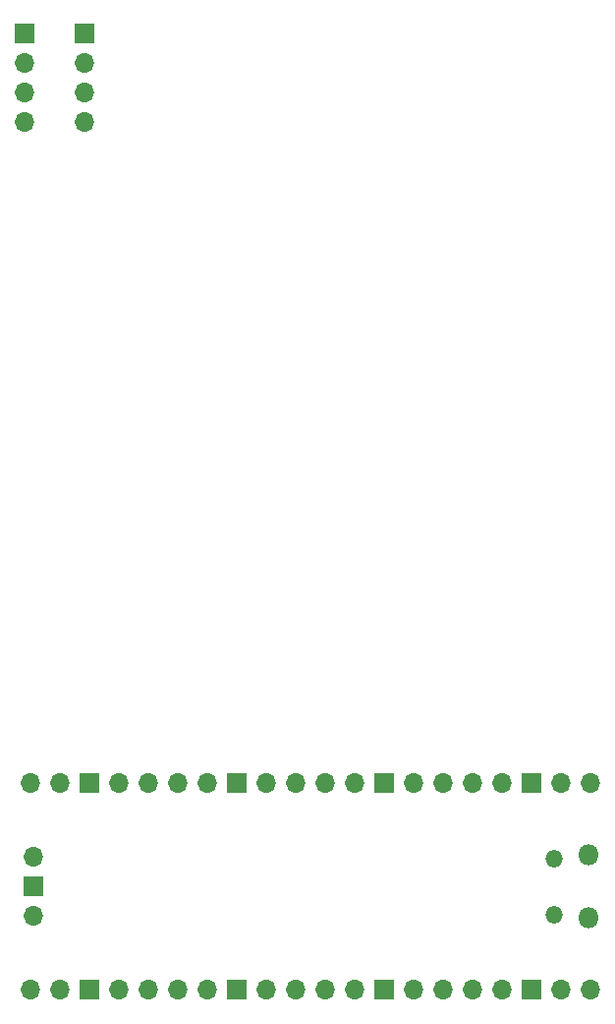
<source format=gbs>
%TF.GenerationSoftware,KiCad,Pcbnew,(6.0.2-0)*%
%TF.CreationDate,2022-05-28T22:41:11-04:00*%
%TF.ProjectId,memory-phone-pcb,6d656d6f-7279-42d7-9068-6f6e652d7063,rev?*%
%TF.SameCoordinates,Original*%
%TF.FileFunction,Soldermask,Bot*%
%TF.FilePolarity,Negative*%
%FSLAX46Y46*%
G04 Gerber Fmt 4.6, Leading zero omitted, Abs format (unit mm)*
G04 Created by KiCad (PCBNEW (6.0.2-0)) date 2022-05-28 22:41:11*
%MOMM*%
%LPD*%
G01*
G04 APERTURE LIST*
%ADD10O,1.500000X1.500000*%
%ADD11O,1.800000X1.800000*%
%ADD12O,1.700000X1.700000*%
%ADD13R,1.700000X1.700000*%
G04 APERTURE END LIST*
D10*
%TO.C,U4*%
X116728000Y-139839000D03*
D11*
X119758000Y-134689000D03*
X119758000Y-140139000D03*
D10*
X116728000Y-134989000D03*
D12*
X119888000Y-128524000D03*
X117348000Y-128524000D03*
D13*
X114808000Y-128524000D03*
D12*
X112268000Y-128524000D03*
X109728000Y-128524000D03*
X107188000Y-128524000D03*
X104648000Y-128524000D03*
D13*
X102108000Y-128524000D03*
D12*
X99568000Y-128524000D03*
X97028000Y-128524000D03*
X94488000Y-128524000D03*
X91948000Y-128524000D03*
D13*
X89408000Y-128524000D03*
D12*
X86868000Y-128524000D03*
X84328000Y-128524000D03*
X81788000Y-128524000D03*
X79248000Y-128524000D03*
D13*
X76708000Y-128524000D03*
D12*
X74168000Y-128524000D03*
X71628000Y-128524000D03*
X71628000Y-146304000D03*
X74168000Y-146304000D03*
D13*
X76708000Y-146304000D03*
D12*
X79248000Y-146304000D03*
X81788000Y-146304000D03*
X84328000Y-146304000D03*
X86868000Y-146304000D03*
D13*
X89408000Y-146304000D03*
D12*
X91948000Y-146304000D03*
X94488000Y-146304000D03*
X97028000Y-146304000D03*
X99568000Y-146304000D03*
D13*
X102108000Y-146304000D03*
D12*
X104648000Y-146304000D03*
X107188000Y-146304000D03*
X109728000Y-146304000D03*
X112268000Y-146304000D03*
D13*
X114808000Y-146304000D03*
D12*
X117348000Y-146304000D03*
X119888000Y-146304000D03*
X71858000Y-134874000D03*
D13*
X71858000Y-137414000D03*
D12*
X71858000Y-139954000D03*
%TD*%
D13*
%TO.C,J2*%
X76327000Y-64008000D03*
D12*
X76327000Y-66548000D03*
X76327000Y-69088000D03*
X76327000Y-71628000D03*
%TD*%
D13*
%TO.C,J1*%
X71120000Y-64008000D03*
D12*
X71120000Y-66548000D03*
X71120000Y-69088000D03*
X71120000Y-71628000D03*
%TD*%
M02*

</source>
